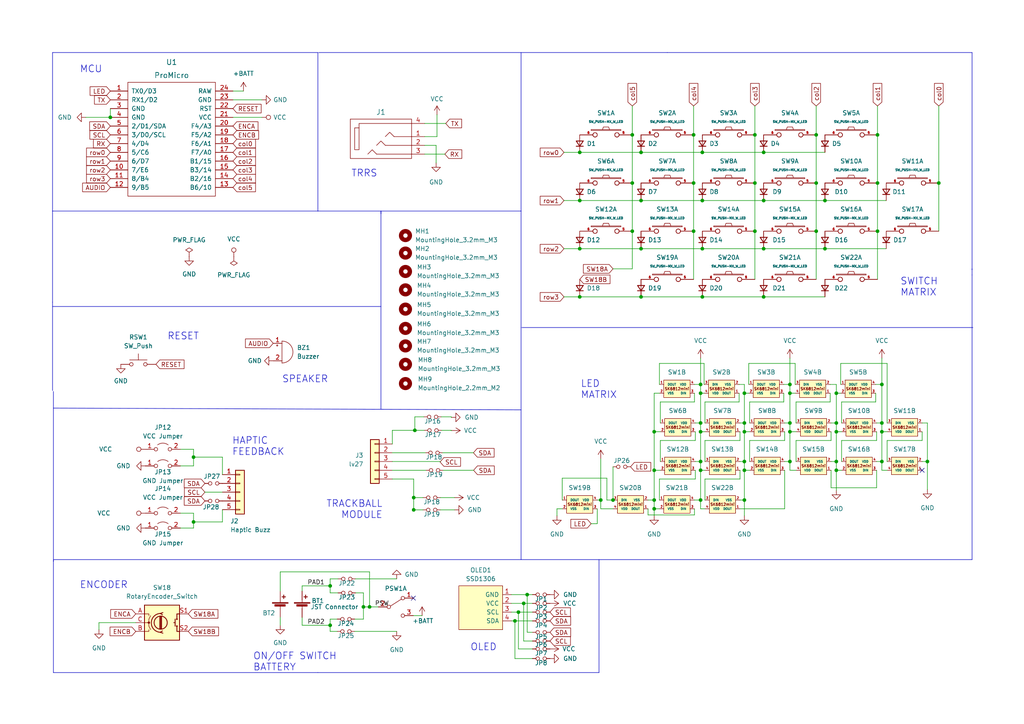
<source format=kicad_sch>
(kicad_sch (version 20230121) (generator eeschema)
  (paper "A4")
  (title_block (title "Klor Split Keyboard") (date "2022-06-21") (rev "1.3") (comment 1 "Schematic based on Sofle") (comment 2 "Author: GEIST"))
  (junction (at 185.928 86.106))
  (junction (at 174.244 145.034))
  (junction (at 189.738 147.574))
  (junction (at 203.2 125.222))
  (junction (at 152.908 172.466))
  (junction (at 272.288 53.086))
  (junction (at 56.134 132.588))
  (junction (at 221.488 86.106))
  (junction (at 32.004 34.036))
  (junction (at 215.9 122.682))
  (junction (at 189.738 145.034))
  (junction (at 203.2 122.682))
  (junction (at 119.9896 144.3228))
  (junction (at 255.778 133.858))
  (junction (at 203.708 44.196))
  (junction (at 95.758 181.356))
  (junction (at 218.948 67.056))
  (junction (at 185.928 72.136))
  (junction (at 183.388 67.056))
  (junction (at 201.168 67.056))
  (junction (at 203.708 86.106))
  (junction (at 203.2 133.858))
  (junction (at 56.134 151.384))
  (junction (at 201.168 39.116))
  (junction (at 239.268 72.136))
  (junction (at 168.148 86.106))
  (junction (at 203.2 111.506))
  (junction (at 119.9896 147.8788))
  (junction (at 215.9 125.222))
  (junction (at 185.928 58.166))
  (junction (at 215.9 136.398))
  (junction (at 229.108 114.046))
  (junction (at 255.778 111.506))
  (junction (at 203.708 72.136))
  (junction (at 221.488 58.166))
  (junction (at 183.388 39.116))
  (junction (at 254.508 53.086))
  (junction (at 107.188 176.022))
  (junction (at 95.758 169.926))
  (junction (at 168.148 72.136))
  (junction (at 268.986 133.858))
  (junction (at 185.928 44.196))
  (junction (at 201.168 53.086))
  (junction (at 229.108 133.858))
  (junction (at 242.57 114.046))
  (junction (at 203.708 58.166))
  (junction (at 236.728 53.086))
  (junction (at 177.8 145.034))
  (junction (at 151.892 175.006))
  (junction (at 242.57 136.398))
  (junction (at 254.508 67.056))
  (junction (at 255.778 125.222))
  (junction (at 189.738 136.398))
  (junction (at 149.352 180.086))
  (junction (at 221.488 44.196))
  (junction (at 168.148 44.196))
  (junction (at 189.738 125.222))
  (junction (at 254.508 39.116))
  (junction (at 183.388 53.086))
  (junction (at 168.148 58.166))
  (junction (at 218.948 39.116))
  (junction (at 203.2 114.046))
  (junction (at 236.728 67.056))
  (junction (at 229.108 111.506))
  (junction (at 150.368 177.546))
  (junction (at 221.488 72.136))
  (junction (at 203.2 145.034))
  (junction (at 239.268 58.166))
  (junction (at 105.41 176.022))
  (junction (at 242.57 133.858))
  (junction (at 215.9 133.858))
  (junction (at 229.108 125.222))
  (junction (at 215.9 114.046))
  (junction (at 242.57 122.682))
  (junction (at 242.57 125.222))
  (junction (at 215.9 145.034))
  (junction (at 229.108 122.682))
  (junction (at 255.778 122.682))
  (junction (at 236.728 39.116))
  (junction (at 218.948 53.086))
  (junction (at 203.2 136.398))
  (junction (at 120.3198 124.8156))
  (no_connect (at 119.888 173.482))
  (no_connect (at 267.462 136.398))
  (wire (pts (xy 241.046 133.858) (xy 242.57 133.858)))
  (polyline (pts (xy 151.13 61.214) (xy 151.13 94.996)))
  (wire (pts (xy 255.778 125.222) (xy 257.302 125.222)))
  (wire (pts (xy 120.3198 124.8156) (xy 120.3198 120.904)))
  (wire (pts (xy 105.41 176.022) (xy 105.41 179.578)))
  (wire (pts (xy 229.108 122.682) (xy 229.108 114.046)))
  (wire (pts (xy 113.792 124.8156) (xy 120.3198 124.8156)))
  (wire (pts (xy 214.376 114.046) (xy 214.376 116.586)))
  (wire (pts (xy 201.168 67.056) (xy 201.168 81.026)))
  (wire (pts (xy 215.9 125.222) (xy 217.424 125.222)))
  (wire (pts (xy 176.022 145.034) (xy 177.8 145.034)))
  (wire (pts (xy 151.892 185.928) (xy 154.432 185.928)))
  (wire (pts (xy 203.2 122.682) (xy 203.2 114.046)))
  (wire (pts (xy 214.63 122.682) (xy 215.9 122.682)))
  (wire (pts (xy 39.37 180.594) (xy 28.702 180.594)))
  (wire (pts (xy 185.928 86.106) (xy 203.708 86.106)))
  (polyline (pts (xy 92.202 61.214) (xy 151.13 61.214)))
  (wire (pts (xy 189.738 114.046) (xy 189.738 125.222)))
  (wire (pts (xy 183.388 77.978) (xy 183.388 67.056)))
  (wire (pts (xy 242.57 114.046) (xy 242.57 122.682)))
  (wire (pts (xy 176.022 138.684) (xy 176.022 145.034)))
  (wire (pts (xy 203.2 147.574) (xy 204.47 147.574)))
  (wire (pts (xy 56.134 130.302) (xy 52.324 130.302)))
  (wire (pts (xy 255.778 111.506) (xy 254 111.506)))
  (wire (pts (xy 130.9624 124.8664) (xy 130.81 124.8664)))
  (wire (pts (xy 242.57 133.858) (xy 242.57 136.398)))
  (wire (pts (xy 161.544 147.574) (xy 163.068 147.574)))
  (wire (pts (xy 189.738 136.398) (xy 189.738 145.034)))
  (wire (pts (xy 191.262 145.034) (xy 191.262 138.938)))
  (wire (pts (xy 203.2 103.886) (xy 203.2 111.506)))
  (wire (pts (xy 163.576 72.136) (xy 168.148 72.136)))
  (wire (pts (xy 242.57 111.506) (xy 242.57 114.046)))
  (wire (pts (xy 203.708 72.136) (xy 221.488 72.136)))
  (wire (pts (xy 217.424 122.682) (xy 217.424 116.586)))
  (wire (pts (xy 163.576 86.106) (xy 168.148 86.106)))
  (wire (pts (xy 67.564 28.956) (xy 75.946 28.956)))
  (wire (pts (xy 214.63 125.222) (xy 214.63 127.762)))
  (wire (pts (xy 187.96 149.352) (xy 201.422 149.352)))
  (wire (pts (xy 64.516 147.828) (xy 64.516 151.384)))
  (wire (pts (xy 214.63 133.858) (xy 215.9 133.858)))
  (wire (pts (xy 185.928 58.166) (xy 203.708 58.166)))
  (wire (pts (xy 254.508 30.734) (xy 254.508 39.116)))
  (wire (pts (xy 119.9896 144.3228) (xy 119.9896 147.8788)))
  (polyline (pts (xy 92.456 15.24) (xy 193.548 15.24)))
  (wire (pts (xy 203.2 125.222) (xy 203.2 122.682)))
  (wire (pts (xy 201.422 149.352) (xy 201.422 147.574)))
  (wire (pts (xy 177.8 77.978) (xy 183.388 77.978)))
  (wire (pts (xy 189.738 125.222) (xy 191.516 125.222)))
  (polyline (pts (xy 15.24 15.24) (xy 92.202 15.24)))
  (polyline (pts (xy 193.548 15.24) (xy 281.94 15.24)))
  (polyline (pts (xy 173.736 195.072) (xy 173.736 162.306)))
  (wire (pts (xy 267.462 122.682) (xy 268.986 122.682)))
  (wire (pts (xy 171.45 151.892) (xy 173.228 151.892)))
  (wire (pts (xy 217.424 127.762) (xy 227.584 127.762)))
  (wire (pts (xy 149.352 191.008) (xy 154.432 191.008)))
  (wire (pts (xy 229.108 103.886) (xy 229.108 111.506)))
  (wire (pts (xy 227.584 127.762) (xy 227.584 125.222)))
  (wire (pts (xy 128.4224 131.318) (xy 137.3124 131.318)))
  (wire (pts (xy 168.148 58.166) (xy 185.928 58.166)))
  (wire (pts (xy 255.778 122.682) (xy 255.778 125.222)))
  (wire (pts (xy 203.708 58.166) (xy 221.488 58.166)))
  (wire (pts (xy 214.63 138.938) (xy 204.47 138.938)))
  (wire (pts (xy 126.746 33.274) (xy 126.746 39.624)))
  (polyline (pts (xy 15.24 15.24) (xy 15.24 61.214)))
  (wire (pts (xy 191.262 138.938) (xy 201.676 138.938)))
  (wire (pts (xy 161.544 149.606) (xy 161.544 147.574)))
  (wire (pts (xy 239.268 58.166) (xy 257.048 58.166)))
  (wire (pts (xy 255.778 103.886) (xy 255.778 111.506)))
  (wire (pts (xy 257.302 127.762) (xy 257.302 133.858)))
  (wire (pts (xy 103.124 171.958) (xy 105.41 171.958)))
  (wire (pts (xy 254.254 136.398) (xy 254.254 141.478)))
  (wire (pts (xy 268.986 133.858) (xy 268.986 141.986)))
  (wire (pts (xy 56.134 153.162) (xy 56.134 151.384)))
  (wire (pts (xy 113.792 133.858) (xy 127.762 133.858)))
  (wire (pts (xy 189.738 125.222) (xy 189.738 136.398)))
  (wire (pts (xy 191.516 116.586) (xy 201.422 116.586)))
  (wire (pts (xy 130.81 124.8156) (xy 128.1176 124.8156)))
  (wire (pts (xy 123.19 44.704) (xy 129.032 44.704)))
  (wire (pts (xy 229.108 114.046) (xy 230.632 114.046)))
  (polyline (pts (xy 15.24 88.9) (xy 110.49 88.9)))
  (wire (pts (xy 230.886 127.762) (xy 230.886 133.858)))
  (wire (pts (xy 56.134 135.128) (xy 56.134 132.588)))
  (wire (pts (xy 113.792 131.318) (xy 123.3424 131.318)))
  (wire (pts (xy 148.336 177.546) (xy 150.368 177.546)))
  (wire (pts (xy 272.288 53.086) (xy 272.288 67.056)))
  (wire (pts (xy 163.068 138.684) (xy 176.022 138.684)))
  (wire (pts (xy 203.708 86.106) (xy 221.488 86.106)))
  (wire (pts (xy 268.986 122.682) (xy 268.986 133.858)))
  (wire (pts (xy 168.148 72.136) (xy 185.928 72.136)))
  (wire (pts (xy 131.826 147.8788) (xy 127.762 147.8788)))
  (wire (pts (xy 203.2 114.046) (xy 204.216 114.046)))
  (wire (pts (xy 95.758 171.958) (xy 98.044 171.958)))
  (wire (pts (xy 255.778 125.222) (xy 255.778 133.858)))
  (wire (pts (xy 204.216 105.41) (xy 204.216 111.506)))
  (wire (pts (xy 230.886 116.586) (xy 230.886 122.682)))
  (wire (pts (xy 267.462 127.762) (xy 257.302 127.762)))
  (wire (pts (xy 105.41 176.022) (xy 107.188 176.022)))
  (wire (pts (xy 229.108 133.858) (xy 229.108 125.222)))
  (wire (pts (xy 187.96 145.034) (xy 189.738 145.034)))
  (wire (pts (xy 113.792 138.938) (xy 119.9896 138.938)))
  (wire (pts (xy 149.352 180.086) (xy 149.352 191.008)))
  (wire (pts (xy 81.28 171.45) (xy 81.28 165.862)))
  (wire (pts (xy 221.488 58.166) (xy 239.268 58.166)))
  (wire (pts (xy 203.2 125.222) (xy 204.47 125.222)))
  (wire (pts (xy 236.728 30.734) (xy 236.728 39.116)))
  (wire (pts (xy 201.422 145.034) (xy 203.2 145.034)))
  (wire (pts (xy 173.228 151.892) (xy 173.228 147.574)))
  (wire (pts (xy 148.336 180.086) (xy 149.352 180.086)))
  (wire (pts (xy 243.84 105.41) (xy 257.302 105.41)))
  (wire (pts (xy 150.368 177.546) (xy 150.368 188.214)))
  (wire (pts (xy 189.738 149.606) (xy 189.738 147.574)))
  (wire (pts (xy 189.738 136.398) (xy 191.516 136.398)))
  (wire (pts (xy 128.5748 136.398) (xy 137.3632 136.398)))
  (wire (pts (xy 126.492 42.164) (xy 123.19 42.164)))
  (wire (pts (xy 52.324 148.844) (xy 56.134 148.844)))
  (polyline (pts (xy 15.494 195.072) (xy 92.202 195.072)))
  (wire (pts (xy 217.17 111.506) (xy 217.17 105.41)))
  (wire (pts (xy 56.134 151.384) (xy 64.516 151.384)))
  (wire (pts (xy 119.9896 138.938) (xy 119.9896 144.3228)))
  (wire (pts (xy 243.84 111.506) (xy 243.84 105.41)))
  (polyline (pts (xy 151.384 94.996) (xy 282.194 94.996)))
  (wire (pts (xy 191.262 105.41) (xy 204.216 105.41)))
  (wire (pts (xy 183.388 53.086) (xy 183.388 67.056)))
  (wire (pts (xy 241.046 125.222) (xy 241.046 127.762)))
  (polyline (pts (xy 15.494 162.56) (xy 15.494 162.814)))
  (polyline (pts (xy 15.24 87.63) (xy 15.24 113.284)))
  (wire (pts (xy 203.2 133.858) (xy 203.2 136.398)))
  (wire (pts (xy 173.228 145.034) (xy 174.244 145.034)))
  (wire (pts (xy 191.516 127.762) (xy 201.676 127.762)))
  (wire (pts (xy 203.708 44.196) (xy 221.488 44.196)))
  (wire (pts (xy 257.302 105.41) (xy 257.302 122.682)))
  (wire (pts (xy 119.9896 147.9296) (xy 119.9896 147.8788)))
  (wire (pts (xy 215.9 136.398) (xy 217.424 136.398)))
  (wire (pts (xy 215.9 114.046) (xy 215.9 122.682)))
  (wire (pts (xy 64.516 137.668) (xy 64.516 132.588)))
  (wire (pts (xy 120.3198 124.8156) (xy 123.0376 124.8156)))
  (wire (pts (xy 217.17 105.41) (xy 230.632 105.41)))
  (wire (pts (xy 189.738 147.574) (xy 191.262 147.574)))
  (wire (pts (xy 227.584 122.682) (xy 229.108 122.682)))
  (wire (pts (xy 214.376 116.586) (xy 204.47 116.586)))
  (wire (pts (xy 254.254 127.762) (xy 254.254 125.222)))
  (wire (pts (xy 215.9 133.858) (xy 215.9 136.398)))
  (wire (pts (xy 241.046 141.478) (xy 254.254 141.478)))
  (wire (pts (xy 255.778 136.398) (xy 257.302 136.398)))
  (wire (pts (xy 236.728 67.056) (xy 236.728 81.026)))
  (wire (pts (xy 254 116.586) (xy 254 114.046)))
  (wire (pts (xy 242.57 122.682) (xy 242.57 125.222)))
  (wire (pts (xy 215.9 125.222) (xy 215.9 133.858)))
  (wire (pts (xy 24.892 34.036) (xy 32.004 34.036)))
  (wire (pts (xy 97.79 183.134) (xy 95.758 183.134)))
  (wire (pts (xy 150.368 188.214) (xy 154.432 188.214)))
  (wire (pts (xy 130.937 121.0564) (xy 130.8862 121.0564)))
  (wire (pts (xy 268.986 133.858) (xy 267.462 133.858)))
  (wire (pts (xy 203.2 114.046) (xy 203.2 111.506)))
  (wire (pts (xy 240.792 116.586) (xy 230.886 116.586)))
  (polyline (pts (xy 15.494 162.306) (xy 281.94 162.306)))
  (wire (pts (xy 174.244 133.096) (xy 174.244 145.034)))
  (wire (pts (xy 215.9 136.398) (xy 215.9 145.034)))
  (wire (pts (xy 229.108 125.222) (xy 229.108 122.682)))
  (wire (pts (xy 191.516 133.858) (xy 191.516 127.762)))
  (wire (pts (xy 123.19 35.814) (xy 129.286 35.814)))
  (wire (pts (xy 187.96 147.574) (xy 187.96 149.352)))
  (wire (pts (xy 163.576 58.166) (xy 168.148 58.166)))
  (wire (pts (xy 215.9 111.506) (xy 215.9 114.046)))
  (wire (pts (xy 244.094 127.762) (xy 254.254 127.762)))
  (wire (pts (xy 95.758 183.134) (xy 95.758 181.356)))
  (wire (pts (xy 151.892 175.006) (xy 151.892 185.928)))
  (wire (pts (xy 254.508 53.086) (xy 254.508 67.056)))
  (polyline (pts (xy 110.49 61.214) (xy 110.49 61.976)))
  (wire (pts (xy 64.516 132.588) (xy 56.134 132.588)))
  (wire (pts (xy 221.488 44.196) (xy 239.268 44.196)))
  (polyline (pts (xy 281.94 77.978) (xy 281.94 78.232)))
  (wire (pts (xy 113.792 124.8156) (xy 113.792 128.778)))
  (wire (pts (xy 203.2 136.398) (xy 203.2 145.034)))
  (wire (pts (xy 95.758 167.894) (xy 95.758 169.926)))
  (wire (pts (xy 218.948 30.734) (xy 218.948 39.116)))
  (wire (pts (xy 185.928 72.136) (xy 203.708 72.136)))
  (wire (pts (xy 126.492 47.244) (xy 126.492 42.164)))
  (wire (pts (xy 148.336 172.466) (xy 152.908 172.466)))
  (wire (pts (xy 214.63 136.398) (xy 214.63 138.938)))
  (wire (pts (xy 56.134 132.588) (xy 56.134 130.302)))
  (wire (pts (xy 203.2 133.858) (xy 203.2 125.222)))
  (wire (pts (xy 229.108 111.506) (xy 227.33 111.506)))
  (wire (pts (xy 123.19 39.624) (xy 126.746 39.624)))
  (wire (pts (xy 105.41 171.958) (xy 105.41 176.022)))
  (wire (pts (xy 149.352 180.086) (xy 154.432 180.086)))
  (wire (pts (xy 221.488 86.106) (xy 239.268 86.106)))
  (wire (pts (xy 201.422 116.586) (xy 201.422 114.046)))
  (wire (pts (xy 254.254 122.682) (xy 255.778 122.682)))
  (wire (pts (xy 52.324 153.162) (xy 56.134 153.162)))
  (wire (pts (xy 229.108 133.858) (xy 229.108 136.398)))
  (wire (pts (xy 87.63 181.356) (xy 95.758 181.356)))
  (wire (pts (xy 255.778 111.506) (xy 255.778 122.682)))
  (wire (pts (xy 102.87 179.578) (xy 105.41 179.578)))
  (wire (pts (xy 218.948 67.056) (xy 218.948 81.026)))
  (wire (pts (xy 201.168 53.086) (xy 201.168 67.056)))
  (wire (pts (xy 203.2 136.398) (xy 204.47 136.398)))
  (wire (pts (xy 168.148 86.106) (xy 185.928 86.106)))
  (wire (pts (xy 242.57 125.222) (xy 244.094 125.222)))
  (wire (pts (xy 201.168 30.734) (xy 201.168 39.116)))
  (wire (pts (xy 152.908 183.388) (xy 152.908 172.466)))
  (wire (pts (xy 267.462 125.222) (xy 267.462 127.762)))
  (wire (pts (xy 183.388 39.116) (xy 183.388 53.086)))
  (polyline (pts (xy 281.94 162.306) (xy 281.94 79.756)))
  (wire (pts (xy 227.33 116.586) (xy 227.33 114.046)))
  (wire (pts (xy 174.244 145.034) (xy 174.244 147.574)))
  (wire (pts (xy 98.044 167.894) (xy 95.758 167.894)))
  (wire (pts (xy 242.57 136.398) (xy 244.094 136.398)))
  (wire (pts (xy 218.948 39.116) (xy 218.948 53.086)))
  (polyline (pts (xy 110.49 61.214) (xy 110.49 118.618)))
  (wire (pts (xy 244.094 122.682) (xy 244.094 116.586)))
  (wire (pts (xy 254.508 39.116) (xy 254.508 53.086)))
  (wire (pts (xy 130.8862 120.904) (xy 128.016 120.904)))
  (wire (pts (xy 174.244 147.574) (xy 177.8 147.574)))
  (wire (pts (xy 150.368 177.546) (xy 154.432 177.546)))
  (wire (pts (xy 201.676 127.762) (xy 201.676 125.222)))
  (wire (pts (xy 230.632 105.41) (xy 230.632 111.506)))
  (wire (pts (xy 244.094 116.586) (xy 254 116.586)))
  (wire (pts (xy 229.108 136.398) (xy 230.886 136.398)))
  (wire (pts (xy 119.888 178.562) (xy 122.428 178.562)))
  (wire (pts (xy 95.758 179.578) (xy 97.79 179.578)))
  (wire (pts (xy 204.47 127.762) (xy 204.47 133.858)))
  (wire (pts (xy 201.168 39.116) (xy 201.168 53.086)))
  (wire (pts (xy 221.488 72.136) (xy 239.268 72.136)))
  (wire (pts (xy 241.046 122.682) (xy 242.57 122.682)))
  (wire (pts (xy 214.63 145.034) (xy 215.9 145.034)))
  (wire (pts (xy 229.108 114.046) (xy 229.108 111.506)))
  (wire (pts (xy 203.2 145.034) (xy 203.2 147.574)))
  (wire (pts (xy 185.928 44.196) (xy 203.708 44.196)))
  (wire (pts (xy 236.728 39.116) (xy 236.728 53.086)))
  (wire (pts (xy 130.8862 121.0564) (xy 130.8862 120.904)))
  (wire (pts (xy 215.9 145.034) (xy 215.9 149.606)))
  (wire (pts (xy 215.9 122.682) (xy 215.9 125.222)))
  (wire (pts (xy 102.87 183.134) (xy 115.062 183.134)))
  (wire (pts (xy 191.262 111.506) (xy 191.262 105.41)))
  (wire (pts (xy 255.778 136.398) (xy 255.778 133.858)))
  (wire (pts (xy 95.758 169.926) (xy 95.758 171.958)))
  (wire (pts (xy 236.728 53.086) (xy 236.728 67.056)))
  (wire (pts (xy 148.336 175.006) (xy 151.892 175.006)))
  (wire (pts (xy 218.948 53.086) (xy 218.948 67.056)))
  (wire (pts (xy 177.8 135.382) (xy 177.8 145.034)))
  (wire (pts (xy 227.584 147.574) (xy 227.584 136.398)))
  (wire (pts (xy 217.424 133.858) (xy 217.424 127.762)))
  (wire (pts (xy 215.9 114.046) (xy 217.17 114.046)))
  (wire (pts (xy 241.046 127.762) (xy 230.886 127.762)))
  (wire (pts (xy 214.376 111.506) (xy 215.9 111.506)))
  (wire (pts (xy 189.738 145.034) (xy 189.738 147.574)))
  (wire (pts (xy 214.63 147.574) (xy 227.584 147.574)))
  (wire (pts (xy 56.134 148.844) (xy 56.134 151.384)))
  (wire (pts (xy 239.268 72.136) (xy 257.048 72.136)))
  (polyline (pts (xy 151.13 61.214) (xy 151.13 15.24)))
  (wire (pts (xy 201.676 138.938) (xy 201.676 136.398)))
  (wire (pts (xy 59.436 142.748) (xy 64.516 142.748)))
  (wire (pts (xy 168.148 44.196) (xy 185.928 44.196)))
  (wire (pts (xy 229.108 125.222) (xy 230.886 125.222)))
  (wire (pts (xy 151.892 175.006) (xy 154.432 175.006)))
  (polyline (pts (xy 151.13 94.996) (xy 151.13 162.306)))
  (wire (pts (xy 254.508 67.056) (xy 254.508 81.026)))
  (polyline (pts (xy 15.494 118.364) (xy 151.13 118.872)))
  (polyline (pts (xy 15.494 113.538) (xy 15.494 195.072)))
  (wire (pts (xy 119.9896 144.3228) (xy 122.682 144.3228)))
  (wire (pts (xy 87.63 169.926) (xy 95.758 169.926)))
  (wire (pts (xy 242.57 136.398) (xy 242.57 142.24)))
  (wire (pts (xy 107.188 176.022) (xy 109.728 176.022)))
  (wire (pts (xy 254.254 133.858) (xy 255.778 133.858)))
  (wire (pts (xy 227.584 133.858) (xy 229.108 133.858)))
  (wire (pts (xy 163.576 44.196) (xy 168.148 44.196)))
  (polyline (pts (xy 281.94 15.24) (xy 281.94 79.756)))
  (wire (pts (xy 52.324 135.128) (xy 56.134 135.128)))
  (wire (pts (xy 103.124 167.894) (xy 115.062 167.894)))
  (wire (pts (xy 152.908 183.388) (xy 154.432 183.388)))
  (wire (pts (xy 87.63 171.45) (xy 87.63 169.926)))
  (wire (pts (xy 214.63 127.762) (xy 204.47 127.762)))
  (wire (pts (xy 28.702 180.594) (xy 28.702 182.626)))
  (wire (pts (xy 120.3198 120.904) (xy 122.936 120.904)))
  (wire (pts (xy 87.63 179.07) (xy 87.63 181.356)))
  (wire (pts (xy 81.28 179.07) (xy 81.28 181.356)))
  (wire (pts (xy 240.792 111.506) (xy 242.57 111.506)))
  (wire (pts (xy 217.424 116.586) (xy 227.33 116.586)))
  (wire (pts (xy 272.288 30.734) (xy 272.288 53.086)))
  (wire (pts (xy 242.57 114.046) (xy 243.84 114.046)))
  (wire (pts (xy 163.068 145.034) (xy 163.068 138.684)))
  (wire (pts (xy 67.564 34.036) (xy 75.946 34.036)))
  (wire (pts (xy 183.388 30.734) (xy 183.388 39.116)))
  (wire (pts (xy 119.9896 147.8788) (xy 122.682 147.8788)))
  (wire (pts (xy 204.47 138.938) (xy 204.47 145.034)))
  (wire (pts (xy 241.046 136.398) (xy 241.046 141.478)))
  (wire (pts (xy 191.516 122.682) (xy 191.516 116.586)))
  (wire (pts (xy 107.188 165.862) (xy 107.188 176.022)))
  (wire (pts (xy 95.758 181.356) (xy 95.758 179.578)))
  (wire (pts (xy 81.28 165.862) (xy 107.188 165.862)))
  (wire (pts (xy 240.792 114.046) (xy 240.792 116.586)))
  (wire (pts (xy 131.826 144.3228) (xy 127.762 144.3228)))
  (wire (pts (xy 191.262 114.046) (xy 189.738 114.046)))
  (wire (pts (xy 203.2 111.506) (xy 201.422 111.506)))
  (wire (pts (xy 32.004 31.496) (xy 32.004 34.036)))
  (polyline (pts (xy 15.24 61.214) (xy 92.202 61.214)))
  (wire (pts (xy 201.676 122.682) (xy 203.2 122.682)))
  (wire (pts (xy 242.57 125.222) (xy 242.57 133.858)))
  (wire (pts (xy 113.792 136.398) (xy 123.4948 136.398)))
  (wire (pts (xy 204.47 116.586) (xy 204.47 122.682)))
  (wire (pts (xy 244.094 133.858) (xy 244.094 127.762)))
  (wire (pts (xy 201.676 133.858) (xy 203.2 133.858)))
  (wire (pts (xy 67.564 26.416) (xy 70.612 26.416)))
  (wire (pts (xy 152.908 172.466) (xy 154.432 172.466)))
  (polyline (pts (xy 92.202 61.214) (xy 92.202 15.24)))
  (polyline (pts (xy 92.202 195.072) (xy 173.736 195.072)))
  (wire (pts (xy 130.81 124.8664) (xy 130.81 124.8156)))
  (polyline (pts (xy 15.24 61.214) (xy 15.24 87.63)))
  (text "SWITCH\nMATRIX" (at 261.112 86.106 0) (effects (font (size 2 2)) (justify left bottom)))
  (text "MCU" (at 23.114 21.336 0) (effects (font (size 2 2)) (justify left bottom)))
  (text "ON/OFF SWITCH\nBATTERY" (at 73.406 194.818 0) (effects (font (size 2 2)) (justify left bottom)))
  (text "HAPTIC\nFEEDBACK" (at 67.31 132.334 0) (effects (font (size 2 2)) (justify left bottom)))
  (text "ENCODER" (at 23.114 170.942 0) (effects (font (size 2 2)) (justify left bottom)))
  (text "OLED" (at 136.398 188.976 0) (effects (font (size 2 2)) (justify left bottom)))
  (text "LED\nMATRIX" (at 168.402 115.824 0) (effects (font (size 2 2)) (justify left bottom)))
  (text "TRRS" (at 101.854 51.562 0) (effects (font (size 2 2)) (justify left bottom)))
  (text "TRACKBALL\nMODULE" (at 110.998 150.622 0) (effects (font (size 2 2)) (justify right bottom)))
  (text "RESET" (at 48.514 98.806 0) (effects (font (size 2 2)) (justify left bottom)))
  (text "SPEAKER" (at 81.788 111.252 0) (effects (font (size 2 2)) (justify left bottom)))
  (label "PAD2" (at 89.154 181.356 0))
  (label "PSW" (at 108.712 176.022 0))
  (label "PAD1" (at 89.154 169.926 0))
  (global_label "TX" (shape input) (at 129.286 35.814 0) (property "Intersheetrefs" "${INTERSHEET_REFS}" (effects hide)))
  (global_label "RX" (shape input) (at 129.032 44.704 0) (property "Intersheetrefs" "${INTERSHEET_REFS}" (effects hide)))
  (global_label "SDA" (shape input) (at 32.004 36.576 180) (property "Intersheetrefs" "${INTERSHEET_REFS}" (effects hide)))
  (global_label "col0" (shape input) (at 272.288 30.734 90) (property "Intersheetrefs" "${INTERSHEET_REFS}" (effects hide)))
  (global_label "row2" (shape input) (at 163.576 72.136 180) (property "Intersheetrefs" "${INTERSHEET_REFS}" (effects hide)))
  (global_label "TX" (shape input) (at 32.004 28.956 180) (property "Intersheetrefs" "${INTERSHEET_REFS}" (effects hide)))
  (global_label "row3" (shape input) (at 163.576 86.106 180) (property "Intersheetrefs" "${INTERSHEET_REFS}" (effects hide)))
  (global_label "SW18B" (shape input) (at 168.148 81.026 0) (property "Intersheetrefs" "${INTERSHEET_REFS}" (effects hide)))
  (global_label "SDA" (shape input) (at 137.3632 136.398 0) (property "Intersheetrefs" "${INTERSHEET_REFS}" (effects hide)))
  (global_label "LED" (shape input) (at 182.88 135.382 0) (property "Intersheetrefs" "${INTERSHEET_REFS}" (effects hide)))
  (global_label "col5" (shape input) (at 67.564 54.356 0) (property "Intersheetrefs" "${INTERSHEET_REFS}" (effects hide)))
  (global_label "SDA" (shape input) (at 159.512 180.086 0) (property "Intersheetrefs" "${INTERSHEET_REFS}" (effects hide)))
  (global_label "ENCA" (shape input) (at 39.37 178.054 180) (property "Intersheetrefs" "${INTERSHEET_REFS}" (effects hide)))
  (global_label "col4" (shape input) (at 67.564 51.816 0) (property "Intersheetrefs" "${INTERSHEET_REFS}" (effects hide)))
  (global_label "col0" (shape input) (at 67.564 41.656 0) (property "Intersheetrefs" "${INTERSHEET_REFS}" (effects hide)))
  (global_label "SCL" (shape input) (at 32.004 39.116 180) (property "Intersheetrefs" "${INTERSHEET_REFS}" (effects hide)))
  (global_label "SDA" (shape input) (at 137.3124 131.318 0) (property "Intersheetrefs" "${INTERSHEET_REFS}" (effects hide)))
  (global_label "RESET" (shape input) (at 45.212 105.664 0) (property "Intersheetrefs" "${INTERSHEET_REFS}" (effects hide)))
  (global_label "col1" (shape input) (at 254.508 30.734 90) (property "Intersheetrefs" "${INTERSHEET_REFS}" (effects hide)))
  (global_label "col2" (shape input) (at 236.728 30.734 90) (property "Intersheetrefs" "${INTERSHEET_REFS}" (effects hide)))
  (global_label "row3" (shape input) (at 32.004 51.816 180) (property "Intersheetrefs" "${INTERSHEET_REFS}" (effects hide)))
  (global_label "row2" (shape input) (at 32.004 49.276 180) (property "Intersheetrefs" "${INTERSHEET_REFS}" (effects hide)))
  (global_label "row0" (shape input) (at 163.576 44.196 180) (property "Intersheetrefs" "${INTERSHEET_REFS}" (effects hide)))
  (global_label "col4" (shape input) (at 201.168 30.734 90) (property "Intersheetrefs" "${INTERSHEET_REFS}" (effects hide)))
  (global_label "row0" (shape input) (at 32.004 44.196 180) (property "Intersheetrefs" "${INTERSHEET_REFS}" (effects hide)))
  (global_label "SCL" (shape input) (at 159.512 177.546 0) (property "Intersheetrefs" "${INTERSHEET_REFS}" (effects hide)))
  (global_label "SDA" (shape input) (at 59.436 140.208 180) (property "Intersheetrefs" "${INTERSHEET_REFS}" (effects hide)))
  (global_label "AUDIO" (shape input) (at 32.004 54.356 180) (property "Intersheetrefs" "${INTERSHEET_REFS}" (effects hide)))
  (global_label "col3" (shape input) (at 218.948 30.734 90) (property "Intersheetrefs" "${INTERSHEET_REFS}" (effects hide)))
  (global_label "ENCB" (shape input) (at 67.564 39.116 0) (property "Intersheetrefs" "${INTERSHEET_REFS}" (effects hide)))
  (global_label "SCL" (shape input) (at 127.635 133.985 0) (property "Intersheetrefs" "${INTERSHEET_REFS}" (effects hide)))
  (global_label "SCL" (shape input) (at 159.512 185.928 0) (property "Intersheetrefs" "${INTERSHEET_REFS}" (effects hide)))
  (global_label "SDA" (shape input) (at 159.512 183.388 0) (property "Intersheetrefs" "${INTERSHEET_REFS}" (effects hide)))
  (global_label "col5" (shape input) (at 183.388 30.734 90) (property "Intersheetrefs" "${INTERSHEET_REFS}" (effects hide)))
  (global_label "RESET" (shape input) (at 67.564 31.496 0) (property "Intersheetrefs" "${INTERSHEET_REFS}" (effects hide)))
  (global_label "LED" (shape input) (at 171.45 151.892 180) (property "Intersheetrefs" "${INTERSHEET_REFS}" (effects hide)))
  (global_label "SW18A" (shape input) (at 54.61 178.054 0) (property "Intersheetrefs" "${INTERSHEET_REFS}" (effects hide)))
  (global_label "SDA" (shape input) (at 59.436 145.288 180) (property "Intersheetrefs" "${INTERSHEET_REFS}" (effects hide)))
  (global_label "row1" (shape input) (at 163.576 58.166 180) (property "Intersheetrefs" "${INTERSHEET_REFS}" (effects hide)))
  (global_label "ENCB" (shape input) (at 39.37 183.134 180) (property "Intersheetrefs" "${INTERSHEET_REFS}" (effects hide)))
  (global_label "col2" (shape input) (at 67.564 46.736 0) (property "Intersheetrefs" "${INTERSHEET_REFS}" (effects hide)))
  (global_label "SW18A" (shape input) (at 177.8 77.978 180) (property "Intersheetrefs" "${INTERSHEET_REFS}" (effects hide)))
  (global_label "SW18B" (shape input) (at 54.61 183.134 0) (property "Intersheetrefs" "${INTERSHEET_REFS}" (effects hide)))
  (global_label "ENCA" (shape input) (at 67.564 36.576 0) (property "Intersheetrefs" "${INTERSHEET_REFS}" (effects hide)))
  (global_label "col3" (shape input) (at 67.564 49.276 0) (property "Intersheetrefs" "${INTERSHEET_REFS}" (effects hide)))
  (global_label "row1" (shape input) (at 32.004 46.736 180) (property "Intersheetrefs" "${INTERSHEET_REFS}" (effects hide)))
  (global_label "col1" (shape input) (at 67.564 44.196 0) (property "Intersheetrefs" "${INTERSHEET_REFS}" (effects hide)))
  (global_label "LED" (shape input) (at 32.004 26.416 180) (property "Intersheetrefs" "${INTERSHEET_REFS}" (effects hide)))
  (global_label "AUDIO" (shape input) (at 79.248 99.568 180) (property "Intersheetrefs" "${INTERSHEET_REFS}" (effects hide)))
  (global_label "RX" (shape input) (at 32.004 41.656 180) (property "Intersheetrefs" "${INTERSHEET_REFS}" (effects hide)))
  (global_label "SCL" (shape input) (at 59.436 142.748 180) (property "Intersheetrefs" "${INTERSHEET_REFS}" (effects hide)))
  (symbol (lib_id "KLORlib:SW_PUSH-MX_W_LED") (at 196.596 123.952 0) (unit 2)
    (property "Reference" "SW6" (at 196.596 119.126 0))
    (property "Value" "SW_PUSH-MX_W_LED" (effects hide))
    (property "Footprint" "KLOR:SK6812MINI_and_cherry" (effects hide))
  )
  (symbol (lib_id "KLORlib:SW_PUSH-MX_W_LED") (at 196.342 146.304 0) (unit 2)
    (property "Reference" "SW21" (at 196.342 141.478 0))
    (property "Value" "SW_PUSH-MX_W_LED" (effects hide))
    (property "Footprint" "KLOR:SK6812MINI_and_cherry" (effects hide))
  )
  (symbol (lib_id "power:GND") (at 159.512 191.008 90) (unit 1)
    (property "Reference" "#PWR015" (effects hide))
    (property "Value" "GND" (at 163.322 191.0079 90) (effects (justify right)))
  )
  (symbol (lib_id "Device:D_Small") (at 203.708 41.656 90) (unit 1)
    (property "Reference" "D3" (at 205.74 41.6559 90) (effects (justify right)))
    (property "Value" "D_Small" (effects hide))
    (property "Footprint" "KLOR:Diode_SOD123" (effects hide))
  )
  (symbol (lib_id "power:+BATT") (at 70.612 26.416 0) (unit 1)
    (property "Reference" "#PWR0109" (effects hide))
    (property "Value" "+BATT" (at 70.612 21.336 0))
  )
  (symbol (lib_id "Mechanical:MountingHole") (at 117.602 89.662 0) (unit 1)
    (property "Reference" "MH5" (at 120.904 88.3919 0) (effects (justify left)))
    (property "Value" "MountingHole_3.2mm_M3" (at 120.904 90.9319 0) (effects (justify left)))
    (property "Footprint" "MountingHole:MountingHole_3.2mm_M3" (effects hide))
  )
  (symbol (lib_id "Device:Buzzer") (at 81.788 102.108 0) (unit 1)
    (property "Reference" "BZ1" (at 86.106 100.8379 0) (effects (justify left)))
    (property "Value" "Buzzer" (at 86.106 103.3779 0) (effects (justify left)))
    (property "Footprint" "KLOR:Buzzer_Mallory_AST1109MLTRQ_reversible" (effects hide))
  )
  (symbol (lib_id "Mechanical:MountingHole") (at 117.602 105.664 0) (unit 1)
    (property "Reference" "MH8" (at 121.158 104.3939 0) (effects (justify left)))
    (property "Value" "MountingHole_3.2mm_M3" (at 121.158 106.9339 0) (effects (justify left)))
    (property "Footprint" "MountingHole:MountingHole_3.2mm_M3" (effects hide))
  )
  (symbol (lib_id "KLORlib:SW_PUSH-MX_W_LED") (at 211.328 67.056 0) (unit 1)
    (property "Reference" "SW14" (at 211.328 60.706 0))
    (property "Value" "SW_PUSH-MX_W_LED" (at 211.328 63.246 0) (effects (font (size 0.635 0.635))))
    (property "Footprint" "KLOR:SK6812MINI_and_cherry" (effects hide))
  )
  (symbol (lib_id "KLORlib:SW_PUSH-MX_W_LED") (at 193.548 67.056 0) (unit 1)
    (property "Reference" "SW13" (at 193.548 60.706 0))
    (property "Value" "SW_PUSH-MX_W_LED" (at 193.548 63.246 0) (effects (font (size 0.635 0.635))))
    (property "Footprint" "KLOR:SK6812MINI_and_cherry" (effects hide))
  )
  (symbol (lib_id "Device:D_Small") (at 239.268 69.596 90) (unit 1)
    (property "Reference" "D16" (at 242.062 69.5959 90) (effects (justify right)))
    (property "Value" "D_Small" (effects hide))
    (property "Footprint" "KLOR:Diode_SOD123" (effects hide))
  )
  (symbol (lib_id "Device:D_Small") (at 203.708 83.566 90) (unit 1)
    (property "Reference" "D20" (at 205.74 83.5659 90) (effects (justify right)))
    (property "Value" "D_Small" (effects hide))
    (property "Footprint" "KLOR:Diode_SOD123" (effects hide))
  )
  (symbol (lib_id "power:GND") (at 35.052 105.664 0) (unit 1)
    (property "Reference" "#PWR014" (effects hide))
    (property "Value" "GND" (at 35.052 110.49 0))
  )
  (symbol (lib_id "SofleKeyboard-cache:power_VCC") (at 67.818 74.422 0) (unit 1)
    (property "Reference" "#PWR017" (effects hide))
    (property "Value" "power_VCC" (at 67.818 69.342 0))
  )
  (symbol (lib_id "Device:D_Small") (at 168.148 83.566 90) (unit 1)
    (property "Reference" "D18" (at 170.18 83.5659 90) (effects (justify right)))
    (property "Value" "D_Small" (effects hide))
    (property "Footprint" "KLOR:Diode_SOD123" (effects hide))
  )
  (symbol (lib_id "KLORlib:SW_PUSH-MX_W_LED") (at 235.966 123.952 180) (unit 2)
    (property "Reference" "SW9" (at 235.966 119.126 0))
    (property "Value" "SW_PUSH-MX_W_LED" (effects hide))
    (property "Footprint" "KLOR:SK6812MINI_and_cherry" (effects hide))
  )
  (symbol (lib_id "KLORlib:SW_PUSH-MX_W_LED") (at 211.328 39.116 0) (unit 1)
    (property "Reference" "SW3" (at 211.328 32.766 0))
    (property "Value" "SW_PUSH-MX_W_LED" (at 211.328 35.306 0) (effects (font (size 0.635 0.635))))
    (property "Footprint" "KLOR:SK6812MINI_and_cherry" (effects hide))
  )
  (symbol (lib_id "Switch:SW_DPDT_x2") (at 114.808 176.022 0) (unit 1)
    (property "Reference" "PSW1" (at 114.808 170.688 0))
    (property "Value" "SW_DPDT_x2" (effects hide))
    (property "Footprint" "KLOR:MSK12C02_reversible" (effects hide))
  )
  (symbol (lib_id "KLORlib:SW_PUSH-MX_W_LED") (at 246.888 67.056 0) (unit 1)
    (property "Reference" "SW16" (at 246.888 60.706 0))
    (property "Value" "SW_PUSH-MX_W_LED" (at 246.888 63.246 0) (effects (font (size 0.635 0.635))))
    (property "Footprint" "KLOR:SK6812MINI_and_cherry" (effects hide))
  )
  (symbol (lib_id "KLORlib:SW_PUSH-MX_W_LED") (at 193.548 81.026 0) (unit 1)
    (property "Reference" "SW19" (at 193.548 74.676 0))
    (property "Value" "SW_PUSH-MX_W_LED" (at 193.548 77.216 0) (effects (font (size 0.635 0.635))))
    (property "Footprint" "KLOR:SK6812MINI_and_cherry" (effects hide))
  )
  (symbol (lib_id "Connector_Generic:Conn_01x05") (at 108.712 133.858 0) (mirror y) (unit 1)
    (property "Reference" "J3" (at 105.41 132.08 0) (effects (justify left)))
    (property "Value" "lv27" (at 105.41 134.62 0) (effects (justify left)))
    (property "Footprint" "KLOR:lvc27_onlyInput" (effects hide))
  )
  (symbol (lib_id "KLORlib:Device_Jumper_NO_Small") (at 100.584 171.958 0) (unit 1)
    (property "Reference" "JP23" (at 100.584 173.228 0))
    (property "Value" "Device_Jumper_NO_Small" (effects hide))
    (property "Footprint" "KLOR:Jumper" (effects hide))
  )
  (symbol (lib_id "power:+BATT") (at 122.428 178.562 0) (unit 1)
    (property "Reference" "#PWR0104" (effects hide))
    (property "Value" "+BATT" (at 122.682 180.086 0))
  )
  (symbol (lib_id "KLORlib:MJ-4PP-9 TRRS") (at 111.76 39.624 0) (unit 1)
    (property "Reference" "J1" (at 110.49 32.512 0) (effects (font (size 1.524 1.524))))
    (property "Value" "MJ-4PP-9" (effects hide))
    (property "Footprint" "KLOR:MJ-4PP-9" (effects hide))
  )
  (symbol (lib_id "power:GND") (at 75.946 28.956 90) (unit 1)
    (property "Reference" "#PWR0103" (effects hide))
    (property "Value" "GND" (at 79.248 28.9559 90) (effects (justify right)))
  )
  (symbol (lib_id "KLORlib:Device_Jumper_NO_Small") (at 61.976 145.288 0) (unit 1)
    (property "Reference" "JP28" (at 61.214 147.066 0))
    (property "Value" "Device_Jumper_NO_Small" (effects hide))
    (property "Footprint" "KLOR:Jumper" (effects hide))
  )
  (symbol (lib_id "KLORlib:SW_PUSH-MX_W_LED") (at 222.504 123.952 0) (unit 2)
    (property "Reference" "SW8" (at 222.504 119.126 0))
    (property "Value" "SW_PUSH-MX_W_LED" (effects hide))
    (property "Footprint" "KLOR:SK6812MINI_and_cherry" (effects hide))
  )
  (symbol (lib_id "SSD1306-128x64_OLED:SSD1306") (at 139.446 176.276 270) (unit 1)
    (property "Reference" "OLED1" (at 139.446 165.354 90))
    (property "Value" "SSD1306" (at 139.446 167.894 90))
    (property "Footprint" "KLOR:SSD1306_128x64OLED" (effects hide))
  )
  (symbol (lib_id "KLORlib:Device_Jumper_NO_Small") (at 156.972 191.008 0) (unit 1)
    (property "Reference" "JP8" (at 156.972 192.278 0))
    (property "Value" "Device_Jumper_NO_Small" (effects hide))
    (property "Footprint" "KLOR:Jumper" (effects hide))
  )
  (symbol (lib_id "Device:D_Small") (at 221.488 55.626 90) (unit 1)
    (property "Reference" "D9" (at 224.028 55.6259 90) (effects (justify right)))
    (property "Value" "D_Small" (effects hide))
    (property "Footprint" "KLOR:Diode_SOD123" (effects hide))
  )
  (symbol (lib_id "KLORlib:SW_PUSH-MX_W_LED") (at 229.108 67.056 0) (unit 1)
    (property "Reference" "SW15" (at 229.108 60.706 0))
    (property "Value" "SW_PUSH-MX_W_LED" (at 229.108 63.246 0) (effects (font (size 0.635 0.635))))
    (property "Footprint" "KLOR:SK6812MINI_and_cherry" (effects hide))
  )
  (symbol (lib_id "KLORlib:SW_PUSH-MX_W_LED") (at 182.88 146.304 180) (unit 2)
    (property "Reference" "SW20" (at 182.88 141.478 0))
    (property "Value" "SW_PUSH-MX_W_LED" (effects hide))
    (property "Footprint" "KLOR:SK6812MINI_and_cherry" (effects hide))
  )
  (symbol (lib_id "power:VCC") (at 255.778 103.886 0) (unit 1)
    (property "Reference" "#PWR0110" (effects hide))
    (property "Value" "VCC" (at 255.778 98.806 0))
  )
  (symbol (lib_id "Mechanical:MountingHole") (at 117.602 84.074 0) (unit 1)
    (property "Reference" "MH4" (at 120.904 82.8039 0) (effects (justify left)))
    (property "Value" "MountingHole_3.2mm_M3" (at 120.904 85.3439 0) (effects (justify left)))
    (property "Footprint" "MountingHole:MountingHole_3.2mm_M3" (effects hide))
  )
  (symbol (lib_id "Switch:SW_Push") (at 40.132 105.664 0) (unit 1)
    (property "Reference" "RSW1" (at 40.132 97.79 0))
    (property "Value" "SW_Push" (at 40.132 100.33 0))
    (property "Footprint" "KLOR:SW_Push_1P1T-MP_NO_Horizontal_Alps_SKRTLAE010_both_sides" (effects hide))
  )
  (symbol (lib_id "Device:D_Small") (at 221.488 41.656 90) (unit 1)
    (property "Reference" "D4" (at 223.52 41.6559 90) (effects (justify right)))
    (property "Value" "D_Small" (effects hide))
    (property "Footprint" "KLOR:Diode_SOD123" (effects hide))
  )
  (symbol (lib_id "power:GND") (at 81.28 181.356 0) (unit 1)
    (property "Reference" "#PWR0119" (effects hide))
    (property "Value" "GND" (at 81.28 186.436 0))
  )
  (symbol (lib_id "Jumper:Jumper_2_Open") (at 47.244 135.128 0) (unit 1)
    (property "Reference" "JP13" (at 47.244 136.906 0))
    (property "Value" "GND Jumper" (at 47.244 139.446 0))
    (property "Footprint" "KLOR:Jumper" (effects hide))
  )
  (symbol (lib_id "KLORlib:SW_PUSH-MX_W_LED") (at 222.504 135.128 0) (unit 2)
    (property "Reference" "SW14" (at 222.504 130.302 0))
    (property "Value" "SW_PUSH-MX_W_LED" (effects hide))
    (property "Footprint" "KLOR:SK6812MINI_and_cherry" (effects hide))
  )
  (symbol (lib_id "Device:D_Small") (at 185.928 55.626 90) (unit 1)
    (property "Reference" "D7" (at 187.96 55.6259 90) (effects (justify right)))
    (property "Value" "D_Small" (effects hide))
    (property "Footprint" "KLOR:Diode_SOD123" (effects hide))
  )
  (symbol (lib_id "Device:D_Small") (at 221.488 69.596 90) (unit 1)
    (property "Reference" "D15" (at 224.028 69.5959 90) (effects (justify right)))
    (property "Value" "D_Small" (effects hide))
    (property "Footprint" "KLOR:Diode_SOD123" (effects hide))
  )
  (symbol (lib_id "power:GND") (at 268.986 141.986 0) (unit 1)
    (property "Reference" "#PWR0115" (effects hide))
    (property "Value" "GND" (at 268.986 147.32 0))
  )
  (symbol (lib_id "power:GND") (at 28.702 182.626 0) (unit 1)
    (property "Reference" "#PWR020" (effects hide))
    (property "Value" "GND" (at 28.702 187.96 0))
  )
  (symbol (lib_id "KLORlib:Device_Jumper_NO_Small") (at 100.33 179.578 0) (unit 1)
    (property "Reference" "JP24" (at 100.33 180.848 0))
    (property "Value" "Device_Jumper_NO_Small" (effects hide))
    (property "Footprint" "KLOR:Jumper" (effects hide))
  )
  (symbol (lib_id "KLORlib:SW_PUSH-MX_W_LED") (at 175.768 53.086 0) (unit 1)
    (property "Reference" "SW6" (at 175.768 46.736 0))
    (property "Value" "SW_PUSH-MX_W_LED" (at 175.768 49.276 0) (effects (font (size 0.635 0.635))))
    (property "Footprint" "KLOR:SK6812MINI_and_cherry" (effects hide))
  )
  (symbol (lib_id "Device:D_Small") (at 185.928 83.566 90) (unit 1)
    (property "Reference" "D19" (at 187.96 83.5659 90) (effects (justify right)))
    (property "Value" "D_Small" (effects hide))
    (property "Footprint" "KLOR:Diode_SOD123" (effects hide))
  )
  (symbol (lib_id "Device:D_Small") (at 168.148 55.626 90) (unit 1)
    (property "Reference" "D6" (at 170.18 55.6259 90) (effects (justify right)))
    (property "Value" "D_Small" (effects hide))
    (property "Footprint" "KLOR:Diode_SOD123" (effects hide))
  )
  (symbol (lib_id "power:GND") (at 115.062 183.134 0) (unit 1)
    (property "Reference" "#PWR0108" (effects hide))
    (property "Value" "GND" (at 115.062 188.468 0))
  )
  (symbol (lib_id "KLORlib:SW_PUSH-MX_W_LED") (at 222.25 112.776 0) (unit 2)
    (property "Reference" "SW3" (at 222.25 107.95 0))
    (property "Value" "SW_PUSH-MX_W_LED" (effects hide))
    (property "Footprint" "KLOR:SK6812MINI_and_cherry" (effects hide))
  )
  (symbol (lib_id "SofleKeyboard-cache:power_VCC") (at 42.164 148.844 90) (unit 1)
    (property "Reference" "#PWR06" (effects hide))
    (property "Value" "power_VCC" (at 28.194 148.844 90) (effects (justify right)))
  )
  (symbol (lib_id "power:GND") (at 189.738 149.606 0) (unit 1)
    (property "Reference" "#PWR0118" (effects hide))
    (property "Value" "GND" (at 189.738 154.94 0))
  )
  (symbol (lib_id "KLORlib:SW_PUSH-MX_W_LED") (at 248.92 112.776 0) (unit 2)
    (property "Reference" "SW5" (at 248.92 107.95 0))
    (property "Value" "SW_PUSH-MX_W_LED" (effects hide))
    (property "Footprint" "KLOR:SK6812MINI_and_cherry" (effects hide))
  )
  (symbol (lib_id "Device:Battery_Cell") (at 81.28 176.53 0) (unit 1)
    (property "Reference" "BT2" (at 77.978 177.8 0))
    (property "Value" "Battery_Cell" (effects hide))
    (property "Footprint" "KLOR:custombatteryconnector_small" (effects hide))
  )
  (symbol (lib_id "power:VCC") (at 131.826 144.3228 270) (unit 1)
    (property "Reference" "#PWR04" (effects hide))
    (property "Value" "VCC" (at 135.382 144.3227 90) (effects (justify left)))
  )
  (symbol (lib_id "power:GND") (at 131.826 147.8788 90) (unit 1)
    (property "Reference" "#PWR05" (effects hide))
    (property "Value" "GND" (at 135.636 147.8787 90) (effects (justify right)))
  )
  (symbol (lib_id "Device:D_Small") (at 168.148 41.656 90) (unit 1)
    (property "Reference" "D1" (at 170.18 41.6559 90) (effects (justify right)))
    (property "Value" "D_Small" (effects hide))
    (property "Footprint" "KLOR:Diode_SOD123" (effects hide))
  )
  (symbol (lib_id "KLORlib:SW_PUSH-MX_W_LED") (at 235.712 112.776 180) (unit 2)
    (property "Reference" "SW4" (at 235.712 107.95 0))
    (property "Value" "SW_PUSH-MX_W_LED" (effects hide))
    (property "Footprint" "KLOR:SK6812MINI_and_cherry" (effects hide))
  )
  (symbol (lib_id "Device:RotaryEncoder_Switch") (at 46.99 180.594 0) (unit 1)
    (property "Reference" "SW18" (at 46.99 170.434 0))
    (property "Value" "RotaryEncoder_Switch" (at 46.99 172.974 0))
    (property "Footprint" "KLOR:RotaryEncoder_Alps_EC11E-Switch_Vertical_H20mm-keebio_modified" (effects hide))
  )
  (symbol (lib_id "power:VCC") (at 159.512 175.006 270) (unit 1)
    (property "Reference" "#PWR012" (effects hide))
    (property "Value" "VCC" (at 163.322 175.0059 90) (effects (justify left)))
  )
  (symbol (lib_id "Device:D_Small") (at 239.268 41.656 90) (unit 1)
    (property "Reference" "D5" (at 241.3 41.6559 90) (effects (justify right)))
    (property "Value" "D_Small" (effects hide))
    (property "Footprint" "KLOR:Diode_SOD123" (effects hide))
  )
  (symbol (lib_id "KLORlib:SW_PUSH-MX_W_LED") (at 209.55 123.952 180) (unit 2)
    (property "Reference" "SW7" (at 209.55 119.126 0))
    (property "Value" "SW_PUSH-MX_W_LED" (effects hide))
    (property "Footprint" "KLOR:SK6812MINI_and_cherry" (effects hide))
  )
  (symbol (lib_id "KLORlib:SW_PUSH-MX_W_LED") (at 168.148 146.304 0) (unit 2)
    (property "Reference" "SW19" (at 168.148 141.478 0))
    (property "Value" "SW_PUSH-MX_W_LED" (effects hide))
    (property "Footprint" "KLOR:SK6812MINI_and_cherry" (effects hide))
  )
  (symbol (lib_id "SofleKeyboard-cache:power_VCC") (at 75.946 34.036 270) (unit 1)
    (property "Reference" "#PWR0102" (effects hide))
    (property "Value" "power_VCC" (at 79.248 34.0359 90) (effects (justify left)))
  )
  (symbol (lib_id "KLORlib:Device_Jumper_NO_Small") (at 156.972 185.928 0) (unit 1)
    (property "Reference" "JP6" (at 156.972 186.944 0))
    (property "Value" "Device_Jumper_NO_Small" (effects hide))
    (property "Footprint" "KLOR:Jumper" (effects hide))
  )
  (symbol (lib_id "Device:D_Small") (at 221.488 83.566 90) (unit 1)
    (property "Reference" "D21" (at 224.028 83.5659 90) (effects (justify right)))
    (property "Value" "D_Small" (effects hide))
    (property "Footprint" "KLOR:Diode_SOD123" (effects hide))
  )
  (symbol (lib_id "Mechanical:MountingHole") (at 117.602 73.406 0) (unit 1)
    (property "Reference" "MH2" (at 120.396 72.1359 0) (effects (justify left)))
    (property "Value" "MountingHole_3.2mm_M3" (at 120.396 74.6759 0) (effects (justify left)))
    (property "Footprint" "MountingHole:MountingHole_3.2mm_M3" (effects hide))
  )
  (symbol (lib_id "Device:D_Small") (at 185.928 41.656 90) (unit 1)
    (property "Reference" "D2" (at 187.96 41.6559 90) (effects (justify right)))
    (property "Value" "D_Small" (effects hide))
    (property "Footprint" "KLOR:Diode_SOD123" (effects hide))
  )
  (symbol (lib_id "power:VCC") (at 130.9624 124.8664 270) (unit 1)
    (property "Reference" "#PWR03" (effects hide))
    (property "Value" "VCC" (at 134.5184 124.8663 90) (effects (justify left)))
  )
  (symbol (lib_id "KLORlib:Device_Jumper_NO_Small") (at 125.222 147.8788 0) (unit 1)
    (property "Reference" "JP19" (at 125.222 149.1488 0))
    (property "Value" "Device_Jumper_NO_Small" (effects hide))
    (property "Footprint" "KLOR:Jumper" (effects hide))
  )
  (symbol (lib_id "Mechanical:MountingHole") (at 117.602 111.252 0) (unit 1)
    (property "Reference" "MH9" (at 121.158 109.9819 0) (effects (justify left)))
    (property "Value" "MountingHole_2.2mm_M2" (at 121.158 112.5219 0) (effects (justify left)))
    (property "Footprint" "MountingHole:MountingHole_2.2mm_M2" (effects hide))
  )
  (symbol (lib_id "KLORlib:SW_PUSH-MX_W_LED") (at 193.548 53.086 0) (unit 1)
    (property "Reference" "SW7" (at 193.548 46.736 0))
    (property "Value" "SW_PUSH-MX_W_LED" (at 193.548 49.276 0) (effects (font (size 0.635 0.635))))
    (property "Footprint" "KLOR:SK6812MINI_and_cherry" (effects hide))
  )
  (symbol (lib_id "power:GND") (at 42.164 153.162 270) (unit 1)
    (property "Reference" "#PWR07" (effects hide))
    (property "Value" "GND" (at 37.846 153.1619 90) (effects (justify right)))
  )
  (symbol (lib_id "Jumper:Jumper_2_Open") (at 47.244 153.162 0) (unit 1)
    (property "Reference" "JP15" (at 47.244 154.94 0))
    (property "Value" "GND Jumper" (at 47.244 157.48 0))
    (property "Footprint" "KLOR:Jumper" (effects hide))
  )
  (symbol (lib_id "KLORlib:Device_Jumper_NO_Small") (at 156.972 177.546 0) (unit 1)
    (property "Reference" "JP3" (at 156.972 178.816 0))
    (property "Value" "Device_Jumper_NO_Small" (effects hide))
    (property "Footprint" "KLOR:Jumper" (effects hide))
  )
  (symbol (lib_id "KLORlib:Device_Jumper_NO_Small") (at 100.33 183.134 0) (unit 1)
    (property "Reference" "JP25" (at 100.33 184.404 0))
    (property "Value" "Device_Jumper_NO_Small" (effects hide))
    (property "Footprint" "KLOR:Jumper" (effects hide))
  )
  (symbol (lib_id "Device:D_Small") (at 257.048 69.596 90) (unit 1)
    (property "Reference" "D17" (at 259.08 69.5959 90) (effects (justify right)))
    (property "Value" "D_Small" (effects hide))
    (property "Footprint" "KLOR:Diode_SOD123" (effects hide))
  )
  (symbol (lib_id "Device:D_Small") (at 168.148 69.596 90) (unit 1)
    (property "Reference" "D12" (at 170.18 69.5959 90) (effects (justify right)))
    (property "Value" "D_Small" (effects hide))
    (property "Footprint" "KLOR:Diode_SOD123" (effects hide))
  )
  (symbol (lib_id "KLORlib:Device_Jumper_NO_Small") (at 156.972 188.214 0) (unit 1)
    (property "Reference" "JP7" (at 156.972 189.484 0))
    (property "Value" "Device_Jumper_NO_Small" (effects hide))
    (property "Footprint" "KLOR:Jumper" (effects hide))
  )
  (symbol (lib_id "power:VCC") (at 229.108 103.886 0) (unit 1)
    (property "Reference" "#PWR0114" (effects hide))
    (property "Value" "VCC" (at 229.108 98.806 0))
  )
  (symbol (lib_id "KLORlib:SW_PUSH-MX_W_LED") (at 229.108 81.026 0) (unit 1)
    (property "Reference" "SW21" (at 229.108 74.676 0))
    (property "Value" "SW_PUSH-MX_W_LED" (at 229.108 77.216 0) (effects (font (size 0.635 0.635))))
    (property "Footprint" "KLOR:SK6812MINI_and_cherry" (effects hide))
  )
  (symbol (lib_id "KLORlib:Device_Jumper_NO_Small") (at 156.972 172.466 0) (unit 1)
    (property "Reference" "JP1" (at 156.972 173.736 0))
    (property "Value" "Device_Jumper_NO_Small" (effects hide))
    (property "Footprint" "KLOR:Jumper" (effects hide))
  )
  (symbol (lib_id "Device:D_Small") (at 185.928 69.596 90) (unit 1)
    (property "Reference" "D13" (at 187.96 69.5959 90) (effects (justify right)))
    (property "Value" "D_Small" (effects hide))
    (property "Footprint" "KLOR:Diode_SOD123" (effects hide))
  )
  (symbol (lib_id "KLORlib:SW_PUSH-MX_W_LED") (at 235.966 135.128 180) (unit 2)
    (property "Reference" "SW15" (at 235.966 130.302 0))
    (property "Value" "SW_PUSH-MX_W_LED" (effects hide))
    (property "Footprint" "KLOR:SK6812MINI_and_cherry" (effects hide))
  )
  (symbol (lib_id "power:GND") (at 215.9 149.606 0) (unit 1)
    (property "Reference" "#PWR0116" (effects hide))
    (property "Value" "GND" (at 215.9 154.94 0))
  )
  (symbol (lib_id "KLORlib:SW_PUSH-MX_W_LED") (at 264.668 67.056 0) (unit 1)
    (property "Reference" "SW17" (at 264.668 60.706 0))
    (property "Value" "SW_PUSH-MX_W_LED" (at 264.668 63.246 0) (effects (font (size 0.635 0.635))))
    (property "Footprint" "KLOR:SK6812MINI_and_cherry" (effects hide))
  )
  (symbol (lib_id "KLORlib:SW_PUSH-MX_W_LED") (at 229.108 53.086 0) (unit 1)
    (property "Reference" "SW9" (at 229.108 46.736 0))
    (property "Value" "SW_PUSH-MX_W_LED" (at 229.108 49.276 0) (effects (font (size 0.635 0.635))))
    (property "Footprint" "KLOR:SK6812MINI_and_cherry" (effects hide))
  )
  (symbol (lib_id "Mechanical:MountingHole") (at 117.602 95.25 0) (unit 1)
    (property "Reference" "MH6" (at 120.904 93.9799 0) (effects (justify left)))
    (property "Value" "MountingHole_3.2mm_M3" (at 120.904 96.5199 0) (effects (justify left)))
    (property "Footprint" "MountingHole:MountingHole_3.2mm_M3" (effects hide))
  )
  (symbol (lib_id "KLORlib:SW_PUSH-MX_W_LED") (at 246.888 53.086 0) (unit 1)
    (property "Reference" "SW10" (at 246.888 46.736 0))
    (property "Value" "SW_PUSH-MX_W_LED" (at 246.888 49.276 0) (effects (font (size 0.635 0.635))))
    (property "Footprint" "KLOR:SK6812MINI_and_cherry" (effects hide))
  )
  (symbol (lib_id "KLORlib:SW_PUSH-MX_W_LED") (at 209.55 146.304 180) (unit 2)
    (property "Reference" "SW22" (at 209.55 141.478 0))
    (property "Value" "SW_PUSH-MX_W_LED" (effects hide))
    (property "Footprint" "KLOR:SK6812MINI_and_cherry" (effects hide))
  )
  (symbol (lib_id "power:GND") (at 42.164 135.128 270) (unit 1)
    (property "Reference" "#PWR02" (effects hide))
    (property "Value" "GND" (at 37.846 135.1279 90) (effects (justify right)))
  )
  (symbol (lib_id "KLORlib:SW_PUSH-MX_W_LED") (at 209.296 112.776 180) (unit 2)
    (property "Reference" "SW2" (at 209.296 107.95 0))
    (property "Value" "SW_PUSH-MX_W_LED" (effects hide))
    (property "Footprint" "KLOR:SK6812MINI_and_cherry" (effects hide))
  )
  (symbol (lib_id "KLORlib:SW_PUSH-MX_W_LED") (at 193.548 39.116 0) (unit 1)
    (property "Reference" "SW2" (at 193.548 32.766 0))
    (property "Value" "SW_PUSH-MX_W_LED" (at 193.548 35.306 0) (effects (font (size 0.635 0.635))))
    (property "Footprint" "KLOR:SK6812MINI_and_cherry" (effects hide))
  )
  (symbol (lib_id "KLORlib:SW_PUSH-MX_W_LED") (at 175.768 39.116 0) (unit 1)
    (property "Reference" "SW1" (at 175.768 32.766 0))
    (property "Value" "SW_PUSH-MX_W_LED" (at 175.768 35.306 0) (effects (font (size 0.635 0.635))))
    (property "Footprint" "KLOR:SK6812MINI_and_cherry" (effects hide))
  )
  (symbol (lib_id "Connector_Generic:Conn_01x05") (at 69.596 142.748 0) (unit 1)
    (property "Reference" "J2" (at 66.802 151.13 0) (effects (justify left)))
    (property "Value" "Haptic Buzz" (at 66.802 153.67 0) (effects (justify left)))
    (property "Footprint" "KLOR:Pimoroni Haptic Buzz DRV2605L Driver" (effects hide))
  )
  (symbol (lib_id "power:GND") (at 79.248 104.648 270) (unit 1)
    (property "Reference" "#PWR010" (effects hide))
    (property "Value" "GND" (at 75.946 104.6479 90) (effects (justify right)))
  )
  (symbol (lib_id "power:VCC") (at 174.244 133.096 0) (unit 1)
    (property "Reference" "#PWR0111" (effects hide))
    (property "Value" "VCC" (at 174.244 128.016 0))
  )
  (symbol (lib_id "KLORlib:Device_Jumper_NO_Small") (at 100.584 167.894 0) (unit 1)
    (property "Reference" "JP22" (at 100.584 169.164 0))
    (property "Value" "Device_Jumper_NO_Small" (effects hide))
    (property "Footprint" "KLOR:Jumper" (effects hide))
  )
  (symbol (lib_id "Device:D_Small") (at 203.708 69.596 90) (unit 1)
    (property "Reference" "D14" (at 205.74 69.5959 90) (effects (justify right)))
    (property "Value" "D_Small" (effects hide))
    (property "Footprint" "KLOR:Diode_SOD123" (effects hide))
  )
  (symbol (lib_id "Device:D_Small") (at 257.048 55.626 90) (unit 1)
    (property "Reference" "D11" (at 258.826 55.6259 90) (effects (justify right)))
    (property "Value" "D_Small" (effects hide))
    (property "Footprint" "KLOR:Diode_SOD123" (effects hide))
  )
  (symbol (lib_id "power:GND") (at 115.062 167.894 180) (unit 1)
    (property "Reference" "#PWR0121" (effects hide))
    (property "Value" "GND" (at 117.348 166.6239 0) (effects (justify right)))
  )
  (symbol (lib_id "KLORlib:SW_PUSH-MX_W_LED") (at 246.888 39.116 0) (unit 1)
    (property "Reference" "SW5" (at 246.888 32.766 0))
    (property "Value" "SW_PUSH-MX_W_LED" (at 246.888 35.306 0) (effects (font (size 0.635 0.635))))
    (property "Footprint" "KLOR:SK6812MINI_and_cherry" (effects hide))
  )
  (symbol (lib_id "KLORlib:SW_PUSH-MX_W_LED") (at 264.668 53.086 0) (unit 1)
    (property "Reference" "SW11" (at 264.668 46.736 0))
    (property "Value" "SW_PUSH-MX_W_LED" (at 264.668 49.276 0) (effects (font (size 0.635 0.635))))
    (property "Footprint" "KLOR:SK6812MINI_and_cherry" (effects hide))
  )
  (symbol (lib_id "power:VCC") (at 203.2 103.886 0) (unit 1)
    (property "Reference" "#PWR0113" (effects hide))
    (property "Value" "VCC" (at 203.2 98.806 0))
  )
  (symbol (lib_id "KLORlib:SW_PUSH-MX_W_LED") (at 249.174 123.952 0) (unit 2)
    (property "Reference" "SW10" (at 249.174 119.126 0))
    (property "Value" "SW_PUSH-MX_W_LED" (effects hide))
    (property "Footprint" "KLOR:SK6812MINI_and_cherry" (effects hide))
  )
  (symbol (lib_id "power:VCC") (at 126.746 33.274 0) (unit 1)
    (property "Reference" "#PWR08" (effects hide))
    (property "Value" "VCC" (at 126.746 28.702 0))
  )
  (symbol (lib_id "KLORlib:SW_PUSH-MX_W_LED") (at 196.342 112.776 0) (unit 2)
    (property "Reference" "SW1" (at 196.342 107.95 0))
    (property "Value" "SW_PUSH-MX_W_LED" (effects hide))
    (property "Footprint" "KLOR:SK6812MINI_and_cherry" (effects hide))
  )
  (symbol (lib_id "KLORlib:Device_Jumper_NO_Small") (at 61.976 140.208 0) (unit 1)
    (property "Reference" "JP27" (at 61.468 138.176 0))
    (property "Value" "Device_Jumper_NO_Small" (effects hide))
    (property "Footprint" "KLOR:Jumper" (effects hide))
  )
  (symbol (lib_id "power:VCC") (at 159.512 188.214 270) (unit 1)
    (property "Reference" "#PWR013" (effects hide))
    (property "Value" "VCC" (at 163.068 188.2139 90) (effects (justify left)))
  )
  (symbol (lib_id "Jumper:Jumper_2_Open") (at 47.244 130.302 0) (unit 1)
    (property "Reference" "JP12" (at 47.244 123.952 0))
    (property "Value" "VCC Jumper" (at 47.244 126.492 0))
    (property "Footprint" "KLOR:Jumper" (effects hide))
  )
  (symbol (lib_id "Device:D_Small") (at 239.268 55.626 90) (unit 1)
    (property "Reference" "D10" (at 242.062 55.6259 90) (effects (justify right)))
    (property "Value" "D_Small" (effects hide))
    (property "Footprint" "KLOR:Diode_SOD123" (effects hide))
  )
  (symbol (lib_id "KLORlib:SW_PUSH-MX_W_LED") (at 209.55 135.128 180) (unit 2)
    (property "Reference" "SW13" (at 209.55 130.302 0))
    (property "Value" "SW_PUSH-MX_W_LED" (effects hide))
    (property "Footprint" "KLOR:SK6812MINI_and_cherry" (effects hide))
  )
  (symbol (lib_id "KLORlib:Device_Jumper_NO_Small") (at 156.972 183.388 0) (unit 1)
    (property "Reference" "JP5" (at 156.972 184.658 0))
    (property "Value" "Device_Jumper_NO_Small" (effects hide))
    (property "Footprint" "KLOR:Jumper" (effects hide))
  )
  (symbol (lib_id "KLORlib:SW_PUSH-MX_W_LED") (at 175.768 67.056 0) (unit 1)
    (property "Reference" "SW12" (at 175.768 60.706 0))
    (property "Value" "SW_PUSH-MX_W_LED" (at 175.768 63.246 0) (effects (font (size 0.635 0.635))))
    (property "Footprint" "KLOR:SK6812MINI_and_cherry" (effects hide))
  )
  (symbol (lib_id "power:PWR_FLAG") (at 54.864 74.422 0) (unit 1)
    (property "Reference" "#FLG01" (effects hide))
    (property "Value" "PWR_FLAG" (at 54.864 69.596 0))
  )
  (symbol (lib_id "SofleKeyboard-cache:power_VCC") (at 42.164 130.302 90) (unit 1)
    (property "Reference" "#PWR01" (effects hide))
    (property "Value" "power_VCC" (at 28.702 130.302 90) (effects (justify right)))
  )
  (symbol (lib_id "KLORlib:Device_Jumper_NO_Small") (at 125.476 120.904 0) (unit 1)
    (property "Reference" "JP16" (at 125.476 122.174 0))
    (property "Value" "Device_Jumper_NO_Small" (effects hide))
    (property "Footprint" "KLOR:Jumper" (effects hide))
  )
  (symbol (lib_id "power:GND") (at 159.512 172.466 90) (unit 1)
    (property "Reference" "#PWR011" (effects hide))
    (property "Value" "GND" (at 163.322 172.4659 90) (effects (justify right)))
  )
  (symbol (lib_id "Device:Battery_Cell") (at 87.63 176.53 0) (unit 1)
    (property "Reference" "BT1" (at 92.202 174.244 0))
    (property "Value" "JST Connector" (at 97.028 176.022 0))
    (property "Footprint" "KLOR:JST_PH_reversible" (effects hide))
  )
  (symbol (lib_id "power:GND") (at 126.492 47.244 0) (unit 1)
    (property "Reference" "#PWR09" (effects hide))
    (property "Value" "GND" (at 126.492 52.832 0))
  )
  (symbol (lib_id "Mechanical:MountingHole") (at 117.602 100.33 0) (unit 1)
    (property "Reference" "MH7" (at 120.904 99.0599 0) (effects (justify left)))
    (property "Value" "MountingHole_3.2mm_M3" (at 120.904 101.5999 0) (effects (justify left)))
    (property "Footprint" "MountingHole:MountingHole_3.2mm_M3" (effects hide))
  )
  (symbol (lib_id "KLORlib:Device_Jumper_NO_Small") (at 156.972 175.006 0) (unit 1)
    (property "Reference" "JP2" (at 156.972 176.276 0))
    (property "Value" "Device_Jumper_NO_Small" (effects hide))
    (property "Footprint" "KLOR:Jumper" (effects hide))
  )
  (symbol (lib_id "power:GND") (at 24.892 34.036 270) (unit 1)
    (property "Reference" "#PWR0101" (effects hide))
    (property "Value" "GND" (at 20.828 34.0359 90) (effects (justify right)))
  )
  (symbol (lib_id "Device:D_Small") (at 203.708 55.626 90) (unit 1)
    (property "Reference" "D8" (at 205.74 55.6259 90) (effects (justify right)))
    (property "Value" "D_Small" (effects hide))
    (property "Footprint" "KLOR:Diode_SOD123" (effects hide))
  )
  (symbol (lib_id "KLORlib:Device_Jumper_NO_Small") (at 180.34 135.382 0) (unit 1)
    (property "Reference" "JP26" (at 180.34 133.604 0))
    (property "Value" "Device_Jumper_NO_Small" (effects hide))
    (property "Footprint" "KLOR:Jumper" (effects hide))
  )
  (symbol (lib_id "power:GND") (at 242.57 142.24 0) (unit 1)
    (property "Reference" "#PWR0117" (effects hide))
    (property "Value" "GND" (at 242.57 147.574 0))
  )
  (symbol (lib_id "KLORlib:SW_PUSH-MX_W_LED") (at 262.382 135.128 180) (unit 2)
    (property "Reference" "SW17" (at 262.382 130.302 0))
    (property "Value" "SW_PUSH-MX_W_LED" (effects hide))
    (property "Footprint" "KLOR:SK6812MINI_and_cherry" (effects hide))
  )
  (symbol (lib_id "KLORlib:SW_PUSH-MX_W_LED") (at 246.888 81.026 0) (unit 1)
    (property "Reference" "SW22" (at 246.888 74.676 0))
    (property "Value" "SW_PUSH-MX_W_LED" (at 246.888 77.216 0) (effects (font (size 0.635 0.635))))
    (property "Footprint" "KLOR:SK6812MINI_and_cherry" (effects hide))
  )
  (symbol (lib_id "KLORlib:SW_PUSH-MX_W_LED") (at 211.328 81.026 0) (unit 1)
    (property "Reference" "SW20" (at 211.328 74.676 0))
    (property "Value" "SW_PUSH-MX_W_LED" (at 211.328 77.216 0) (effects (font (size 0.635 0.635))))
    (property "Footprint" "KLOR:SK6812MINI_and_cherry" (effects hide))
  )
  (symbol (lib_id "KLORlib:Device_Jumper_NO_Small") (at 156.972 180.086 0) (unit 1)
    (property "Reference" "JP4" (at 156.972 181.356 0))
    (property "Value" "Device_Jumper_NO_Small" (effects hide))
    (property "Footprint" "KLOR:Jumper" (effects hide))
  )
  (symbol (lib_id "Device:D_Small") (at 239.268 83.566 90) (unit 1)
    (property "Reference" "D22" (at 242.062 83.5659 90) (effects (justify right)))
    (property "Value" "D_Small" (effects hide))
    (property "Footprint" "KLOR:Diode_SOD123" (effects hide))
  )
  (symbol (lib_id "KLORlib:SW_PUSH-MX_W_LED") (at 262.382 123.952 180) (unit 2)
    (property "Reference" "SW11" (at 262.382 119.126 0))
    (property "Value" "SW_PUSH-MX_W_LED" (effects hide))
    (property "Footprint" "KLOR:SK6812MINI_and_cherry" (effects hide))
  )
  (symbol (lib_id "KLORlib:Device_Jumper_NO_Small") (at 125.8824 131.318 0) (unit 1)
    (property "Reference" "JP18" (at 125.8824 132.588 0))
    (property "Value" "Device_Jumper_NO_Small" (effects hide))
    (property "Footprint" "KLOR:Jumper" (effects hide))
  )
  (symbol (lib_id "SofleKeyboard-cache:Device_Jumper_NO_Small") (at 125.222 144.3228 0) (unit 1)
    (property "Reference" "JP18" (at 125.222 145.5928 0))
    (property "Value" "Device_Jumper_NO_Small" (effects hide))
    (property "Footprint" "KLOR:Jumper" (effects hide))
  )
  (symbol (lib_id "Jumper:Jumper_2_Open") (at 47.244 148.844 0) (unit 1)
    (property "Reference" "JP14" (at 47.244 141.732 0))
    (property "Value" "VCC Jumper" (at 47.244 144.272 0))
    (property "Footprint" "KLOR:Jumper" (effects hide))
  )
  (symbol (lib_id "power:GND") (at 54.864 74.422 0) (unit 1)
    (property "Reference" "#PWR016" (effects hide))
    (property "Value" "GND" (at 54.864 79.502 0))
  )
  (symbol (lib_id "KLORlib:SW_PUSH-MX_W_LED") (at 249.174 135.128 0) (unit 2)
    (property "Reference" "SW16" (at 249.174 130.302 0))
    (property "Value" "SW_PUSH-MX_W_LED" (effects hide))
    (property "Footprint" "KLOR:SK6812MINI_and_cherry" (effects hide))
  )
  (symbol (lib_id "KLORlib:Device_Jumper_NO_Small") (at 126.0348 136.398 0) (unit 1)
    (property "Reference" "JP19" (at 126.0348 137.668 0))
    (property "Value" "Device_Jumper_NO_Small" (effects hide))
    (property "Footprint" "KLOR:Jumper" (effects hide))
  )
  (symbol (lib_id "power:GND") (at 161.544 149.606 0) (unit 1)
    (property "Reference" "#PWR0112" (effects hide))
    (property "Value" "GND" (at 161.544 154.94 0))
  )
  (symbol (lib_id "Buzzard:ProMicro") (at 49.784 40.386 0) (unit 1)
    (property "Reference" "U1" (at 49.784 18.034 0) (effects (font (size 1.524 1.524))))
    (property "Value" "ProMicro" (at 49.784 21.844 0) (effects (font (size 1.524 1.524))))
    (property "Footprint" "KLOR:ProMicro" (effects hide))
  )
  (symbol (lib_id "Mechanical:MountingHole") (at 117.602 68.326 0) (unit 1)
    (property "Reference" "MH1" (at 120.396 67.0559 0) (effects (justify left)))
    (property "Value" "MountingHole_3.2mm_M3" (at 120.396 69.5959 0) (effects (justify left)))
    (property "Footprint" "MountingHole:MountingHole_3.2mm_M3" (effects hide))
  )
  (symbol (lib_id "KLORlib:SW_PUSH-MX_W_LED") (at 196.596 135.128 0) (unit 2)
    (property "Reference" "SW12" (at 196.596 130.302 0))
    (property "Value" "SW_PUSH-MX_W_LED" (effects hide))
    (property "Footprint" "KLOR:SK6812MINI_and_cherry" (effects hide))
  )
  (symbol (lib_id "KLORlib:SW_PUSH-MX_W_LED") (at 211.328 53.086 0) (unit 1)
    (property "Reference" "SW8" (at 211.328 46.736 0))
    (property "Value" "SW_PUSH-MX_W_LED" (at 211.328 49.276 0) (effects (font (size 0.635 0.635))))
    (property "Footprint" "KLOR:SK6812MINI_and_cherry" (effects hide))
  )
  (symbol (lib_id "power:PWR_FLAG") (at 67.818 74.422 180) (unit 1)
    (property "Reference" "#FLG02" (effects hide))
    (property "Value" "PWR_FLAG" (at 62.992 79.756 0) (effects (justify right)))
  )
  (symbol (lib_id "Mechanical:MountingHole") (at 117.602 78.74 0) (unit 1)
    (property "Reference" "MH3" (at 120.904 77.4699 0) (effects (justify left)))
    (property "Value" "MountingHole_3.2mm_M3" (at 120.904 80.0099 0) (effects (justify left)))
    (property "Footprint" "MountingHole:MountingHole_3.2mm_M3" (effects hide))
  )
  (symbol (lib_id "KLORlib:Device_Jumper_NO_Small") (at 125.5776 124.8156 0) (unit 1)
    (property "Reference" "JP17" (at 125.5776 126.0856 0))
    (property "Value" "Device_Jumper_NO_Small" (effects hide))
    (property "Footprint" "KLOR:Jumper" (effects hide))
  )
  (symbol (lib_id "power:GND") (at 130.937 121.0564 90) (unit 1)
    (property "Reference" "#PWR0105" (effects hide))
    (property "Value" "GND" (at 134.747 121.0563 90) (effects (justify right)))
  )
  (symbol (lib_id "KLORlib:SW_PUSH-MX_W_LED") (at 229.108 39.116 0) (unit 1)
    (property "Reference" "SW4" (at 229.108 32.766 0))
    (property "Value" "SW_PUSH-MX_W_LED" (at 229.108 35.306 0) (effects (font (size 0.635 0.635))))
    (property "Footprint" "KLOR:SK6812MINI_and_cherry" (effects hide))
  )
)
</source>
